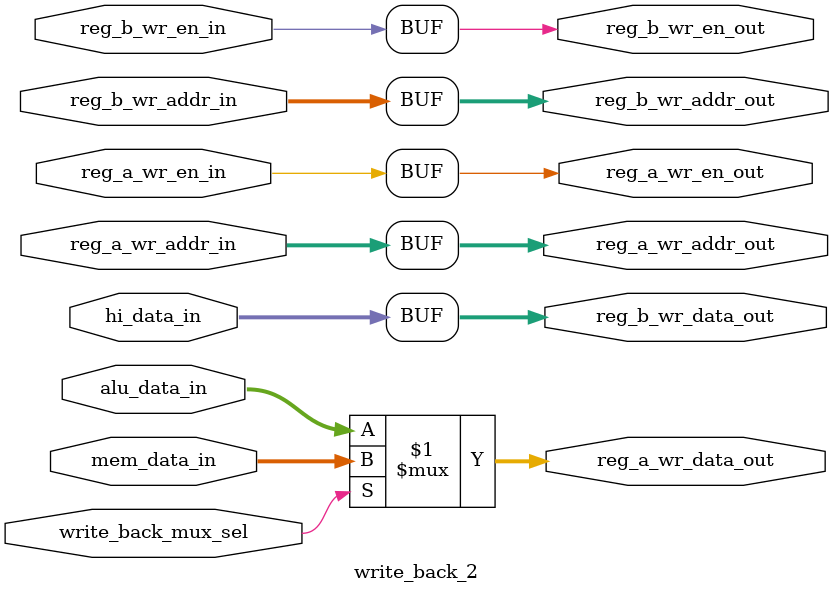
<source format=v>
module write_back_2
#(
   parameter DATA_WIDTH = 32,
   parameter REG_ADDR_WIDTH = 5
 )
(
   input [DATA_WIDTH-1:0] mem_data_in,
   input [DATA_WIDTH-1:0] alu_data_in,
   input [DATA_WIDTH-1:0] hi_data_in,
   input [REG_ADDR_WIDTH-1:0] reg_a_wr_addr_in,
   input [REG_ADDR_WIDTH-1:0] reg_b_wr_addr_in,
   input reg_a_wr_en_in,
   input reg_b_wr_en_in,
   input write_back_mux_sel,
   output [REG_ADDR_WIDTH-1:0] reg_a_wr_addr_out,
   output [REG_ADDR_WIDTH-1:0] reg_b_wr_addr_out,
   output [DATA_WIDTH-1:0] reg_a_wr_data_out,
   output [DATA_WIDTH-1:0] reg_b_wr_data_out,
   output reg_a_wr_en_out,
   output reg_b_wr_en_out
);
assign reg_a_wr_data_out = write_back_mux_sel?mem_data_in:alu_data_in;
assign reg_b_wr_data_out = hi_data_in;
assign reg_a_wr_en_out = reg_a_wr_en_in;
assign reg_b_wr_en_out = reg_b_wr_en_in;
assign reg_a_wr_addr_out = reg_a_wr_addr_in;
assign reg_b_wr_addr_out = reg_b_wr_addr_in;
endmodule
</source>
